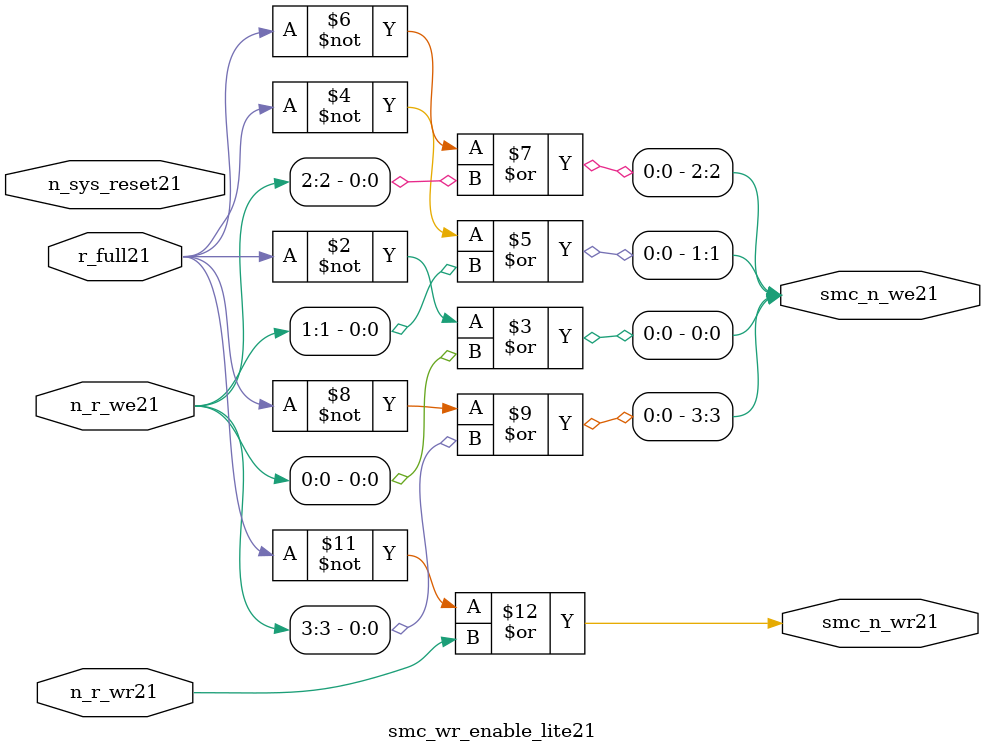
<source format=v>


  module smc_wr_enable_lite21 (

                      //inputs21                      

                      n_sys_reset21,
                      r_full21,
                      n_r_we21,
                      n_r_wr21,

                      //outputs21

                      smc_n_we21,
                      smc_n_wr21);

//I21/O21
   
   input             n_sys_reset21;   //system reset
   input             r_full21;    // Full cycle write strobe21
   input [3:0]       n_r_we21;    //write enable from smc_strobe21
   input             n_r_wr21;    //write strobe21 from smc_strobe21
   output [3:0]      smc_n_we21;  // write enable (active low21)
   output            smc_n_wr21;  // write strobe21 (active low21)
   
   
//output reg declaration21.
   
   reg [3:0]          smc_n_we21;
   reg                smc_n_wr21;

//----------------------------------------------------------------------
// negedge strobes21 with clock21.
//----------------------------------------------------------------------
      

//----------------------------------------------------------------------
      
//--------------------------------------------------------------------
// Gate21 Write strobes21 with clock21.
//--------------------------------------------------------------------

  always @(r_full21 or n_r_we21)
  
  begin
  
     smc_n_we21[0] = ((~r_full21  ) | n_r_we21[0] );

     smc_n_we21[1] = ((~r_full21  ) | n_r_we21[1] );

     smc_n_we21[2] = ((~r_full21  ) | n_r_we21[2] );

     smc_n_we21[3] = ((~r_full21  ) | n_r_we21[3] );

  
  end

//--------------------------------------------------------------------   
//write strobe21 generation21
//--------------------------------------------------------------------   

  always @(n_r_wr21 or r_full21 )
  
     begin
  
        smc_n_wr21 = ((~r_full21 ) | n_r_wr21 );
       
     end

endmodule // smc_wr_enable21


</source>
